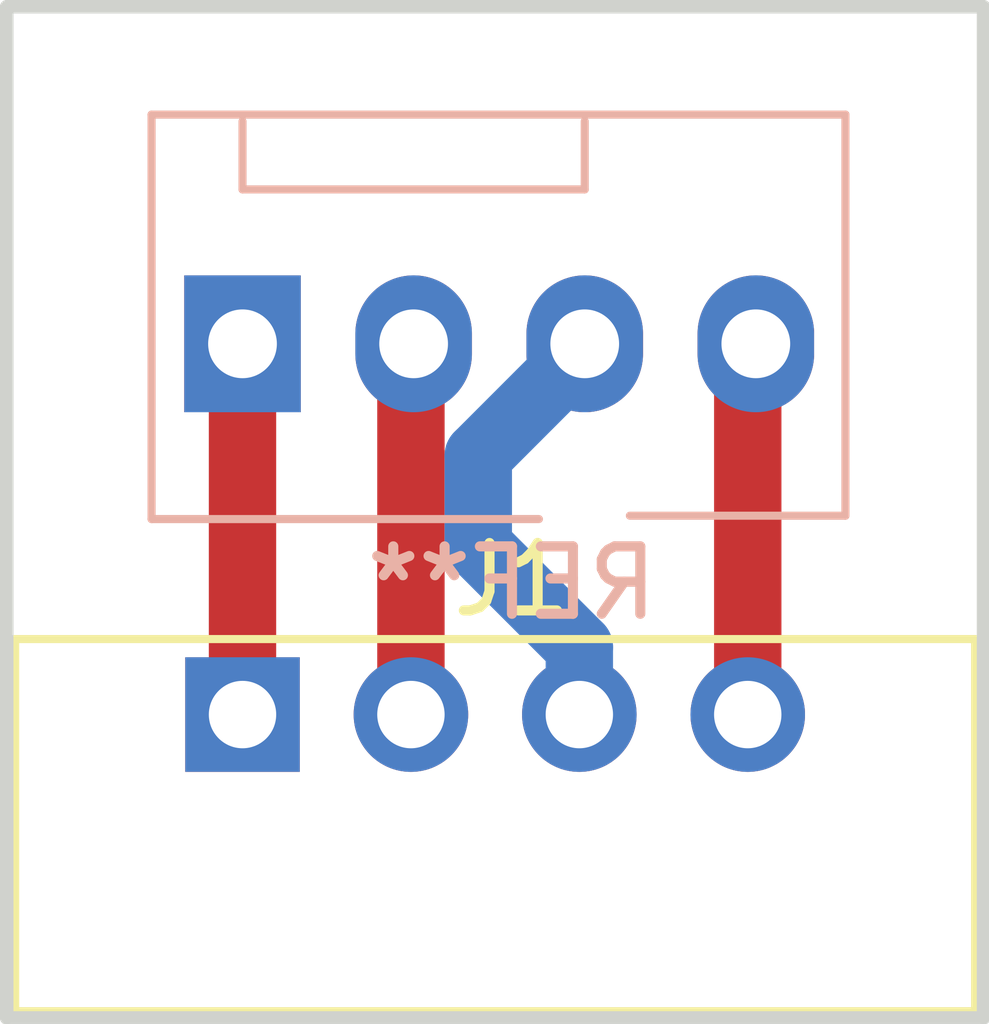
<source format=kicad_pcb>
(kicad_pcb (version 20171130) (host pcbnew 5.1.5+dfsg1-2)

  (general
    (thickness 1.6)
    (drawings 4)
    (tracks 11)
    (zones 0)
    (modules 2)
    (nets 1)
  )

  (page A4)
  (layers
    (0 F.Cu signal)
    (31 B.Cu signal)
    (32 B.Adhes user)
    (33 F.Adhes user)
    (34 B.Paste user)
    (35 F.Paste user)
    (36 B.SilkS user)
    (37 F.SilkS user)
    (38 B.Mask user)
    (39 F.Mask user)
    (40 Dwgs.User user)
    (41 Cmts.User user)
    (42 Eco1.User user)
    (43 Eco2.User user)
    (44 Edge.Cuts user)
    (45 Margin user)
    (46 B.CrtYd user)
    (47 F.CrtYd user)
    (48 B.Fab user hide)
    (49 F.Fab user hide)
  )

  (setup
    (last_trace_width 1)
    (trace_clearance 0.2)
    (zone_clearance 0.508)
    (zone_45_only no)
    (trace_min 0.2)
    (via_size 0.8)
    (via_drill 0.4)
    (via_min_size 0.4)
    (via_min_drill 0.3)
    (uvia_size 0.3)
    (uvia_drill 0.1)
    (uvias_allowed no)
    (uvia_min_size 0.2)
    (uvia_min_drill 0.1)
    (edge_width 0.15)
    (segment_width 0.2)
    (pcb_text_width 0.3)
    (pcb_text_size 1.5 1.5)
    (mod_edge_width 0.15)
    (mod_text_size 1 1)
    (mod_text_width 0.15)
    (pad_size 1.524 1.524)
    (pad_drill 0.762)
    (pad_to_mask_clearance 0.051)
    (solder_mask_min_width 0.25)
    (aux_axis_origin 32 32)
    (grid_origin 35.5 37)
    (visible_elements FFFFFF7F)
    (pcbplotparams
      (layerselection 0x010fc_ffffffff)
      (usegerberextensions false)
      (usegerberattributes false)
      (usegerberadvancedattributes false)
      (creategerberjobfile false)
      (excludeedgelayer true)
      (linewidth 0.100000)
      (plotframeref false)
      (viasonmask false)
      (mode 1)
      (useauxorigin false)
      (hpglpennumber 1)
      (hpglpenspeed 20)
      (hpglpendiameter 15.000000)
      (psnegative false)
      (psa4output false)
      (plotreference true)
      (plotvalue true)
      (plotinvisibletext false)
      (padsonsilk false)
      (subtractmaskfromsilk false)
      (outputformat 1)
      (mirror false)
      (drillshape 1)
      (scaleselection 1)
      (outputdirectory ""))
  )

  (net 0 "")

  (net_class Default "This is the default net class."
    (clearance 0.2)
    (trace_width 1)
    (via_dia 0.8)
    (via_drill 0.4)
    (uvia_dia 0.3)
    (uvia_drill 0.1)
  )

  (module Connector:FanPinHeader_1x04_P2.54mm_Vertical (layer B.Cu) (tedit 5A19DE55) (tstamp 5E3B3B2C)
    (at 35.5 37)
    (descr "4-pin CPU fan Through hole pin header, e.g. for Wieson part number 2366C888-007 Molex 47053-1000, Foxconn HF27040-M1, Tyco 1470947-1 or equivalent, see http://www.formfactors.org/developer%5Cspecs%5Crev1_2_public.pdf")
    (tags "pin header 4-pin CPU fan")
    (fp_text reference REF** (at 4 3.55) (layer B.SilkS)
      (effects (font (size 1 1) (thickness 0.15)) (justify mirror))
    )
    (fp_text value FanPinHeader_1x04_P2.54mm_Vertical (at 4.05 -4.35) (layer B.Fab)
      (effects (font (size 1 1) (thickness 0.15)) (justify mirror))
    )
    (fp_text user %R (at 1.85 1.75) (layer B.Fab)
      (effects (font (size 1 1) (thickness 0.15)) (justify mirror))
    )
    (fp_line (start -1.35 2.6) (end 4.4 2.6) (layer B.SilkS) (width 0.12))
    (fp_line (start 5.75 2.55) (end 8.95 2.55) (layer B.SilkS) (width 0.12))
    (fp_line (start 8.95 2.55) (end 8.95 -3.4) (layer B.SilkS) (width 0.12))
    (fp_line (start 8.95 -3.4) (end -1.35 -3.4) (layer B.SilkS) (width 0.12))
    (fp_line (start -1.35 -3.4) (end -1.35 2.6) (layer B.SilkS) (width 0.12))
    (fp_line (start 5.1 -3.3) (end 5.1 -2.3) (layer B.Fab) (width 0.1))
    (fp_line (start 5.1 -2.3) (end 0 -2.3) (layer B.Fab) (width 0.1))
    (fp_line (start 0 -2.3) (end 0 -3.3) (layer B.Fab) (width 0.1))
    (fp_line (start 5.75 2.5) (end 8.85 2.5) (layer B.Fab) (width 0.1))
    (fp_line (start 8.85 2.5) (end 8.85 -3.3) (layer B.Fab) (width 0.1))
    (fp_line (start 8.85 -3.3) (end -1.2 -3.3) (layer B.Fab) (width 0.1))
    (fp_line (start -1.2 -3.3) (end -1.25 -3.3) (layer B.Fab) (width 0.1))
    (fp_line (start -1.25 -3.3) (end -1.25 2.5) (layer B.Fab) (width 0.1))
    (fp_line (start -1.25 2.5) (end 4.4 2.5) (layer B.Fab) (width 0.1))
    (fp_line (start 0 -3.3) (end 0 -2.29) (layer B.SilkS) (width 0.12))
    (fp_line (start 0 -2.29) (end 5.08 -2.29) (layer B.SilkS) (width 0.12))
    (fp_line (start 5.08 -2.29) (end 5.08 -3.3) (layer B.SilkS) (width 0.12))
    (fp_line (start -1.75 -3.8) (end -1.75 3.2) (layer B.CrtYd) (width 0.05))
    (fp_line (start -1.75 -3.8) (end 9.35 -3.8) (layer B.CrtYd) (width 0.05))
    (fp_line (start 9.35 3.2) (end -1.75 3.2) (layer B.CrtYd) (width 0.05))
    (fp_line (start 9.35 3.2) (end 9.35 -3.8) (layer B.CrtYd) (width 0.05))
    (pad 1 thru_hole rect (at 0 0 270) (size 2.03 1.73) (drill 1.02) (layers *.Cu *.Mask))
    (pad 2 thru_hole oval (at 2.54 0 270) (size 2.03 1.73) (drill 1.02) (layers *.Cu *.Mask))
    (pad 3 thru_hole oval (at 5.08 0 270) (size 2.03 1.73) (drill 1.02) (layers *.Cu *.Mask))
    (pad 4 thru_hole oval (at 7.62 0 270) (size 2.03 1.73) (drill 1.02) (layers *.Cu *.Mask))
    (pad "" np_thru_hole circle (at 5.08 2.16 270) (size 1.1 1.1) (drill 1.1) (layers *.Cu *.Mask))
    (model ${KISYS3DMOD}/Connector.3dshapes/FanPinHeader_1x04_P2.54mm_Vertical.wrl
      (at (xyz 0 0 0))
      (scale (xyz 1 1 1))
      (rotate (xyz 0 0 0))
    )
  )

  (module pwrbtn:female_blade (layer F.Cu) (tedit 5BD9DAC4) (tstamp 5BE33FCB)
    (at 39.25 42.5)
    (descr "Through hole straight pin header, 1x04, 2.54mm pitch, single row")
    (tags "Through hole pin header THT 1x04 2.54mm single row")
    (fp_text reference J1 (at 0.25 -2 180) (layer F.SilkS)
      (effects (font (size 1 1) (thickness 0.15)))
    )
    (fp_text value female_blade (at 0 9.95) (layer F.Fab)
      (effects (font (size 1 1) (thickness 0.15)))
    )
    (fp_text user %R (at 0 -4 180) (layer F.Fab)
      (effects (font (size 1 1) (thickness 0.15)))
    )
    (fp_line (start -7.125 4.4) (end -7.125 -1.12) (layer F.SilkS) (width 0.12))
    (fp_line (start -7.125 -1.12) (end 7.125 -1.12) (layer F.SilkS) (width 0.12))
    (fp_line (start -7.125 4.4) (end 7.125 4.4) (layer F.SilkS) (width 0.12))
    (fp_line (start 7.125 4.4) (end 7.125 -1.12) (layer F.SilkS) (width 0.12))
    (pad 4 thru_hole circle (at 3.75 0 90) (size 1.7 1.7) (drill 1) (layers *.Cu *.Mask))
    (pad 3 thru_hole circle (at 1.25 0 90) (size 1.7 1.7) (drill 1) (layers *.Cu *.Mask))
    (pad 2 thru_hole circle (at -1.25 0 90) (size 1.7 1.7) (drill 1) (layers *.Cu *.Mask))
    (pad 1 thru_hole rect (at -3.75 0 90) (size 1.7 1.7) (drill 1) (layers *.Cu *.Mask))
    (pad "" np_thru_hole circle (at 5.25 1.98 90) (size 1 1) (drill 1) (layers *.Cu *.Mask))
    (pad "" np_thru_hole circle (at -5.25 1.98 90) (size 1 1) (drill 1) (layers *.Cu *.Mask))
    (model ${KIPRJMOD}/female_blade.step
      (offset (xyz -5.5 1 0))
      (scale (xyz 1 1 1))
      (rotate (xyz -90 0 0))
    )
  )

  (gr_line (start 32 32) (end 46.5 32) (layer Edge.Cuts) (width 0.2))
  (gr_line (start 32 47) (end 32 32) (layer Edge.Cuts) (width 0.2))
  (gr_line (start 46.5 32) (end 46.5 47) (layer Edge.Cuts) (width 0.2))
  (gr_line (start 46.5 47) (end 32 47) (layer Edge.Cuts) (width 0.2))

  (segment (start 38.04 42.46) (end 38 42.5) (width 1) (layer F.Cu) (net 0))
  (segment (start 35.5 42.5) (end 35.5 37) (width 1) (layer F.Cu) (net 0))
  (segment (start 38 37.04) (end 38.04 37) (width 1) (layer F.Cu) (net 0))
  (segment (start 38 42.5) (end 38 37.04) (width 1) (layer F.Cu) (net 0))
  (segment (start 43 37.12) (end 43.12 37) (width 1) (layer F.Cu) (net 0))
  (segment (start 43 42.5) (end 43 37.12) (width 1) (layer F.Cu) (net 0))
  (segment (start 40.5 41.5) (end 40.5 42.5) (width 1) (layer B.Cu) (net 0))
  (segment (start 39 40) (end 40.5 41.5) (width 1) (layer B.Cu) (net 0))
  (segment (start 39 38.66) (end 39 40) (width 1) (layer B.Cu) (net 0))
  (segment (start 40.58 37.08) (end 39 38.66) (width 1) (layer B.Cu) (net 0))
  (segment (start 40.58 37) (end 40.58 37.08) (width 1) (layer B.Cu) (net 0))

)

</source>
